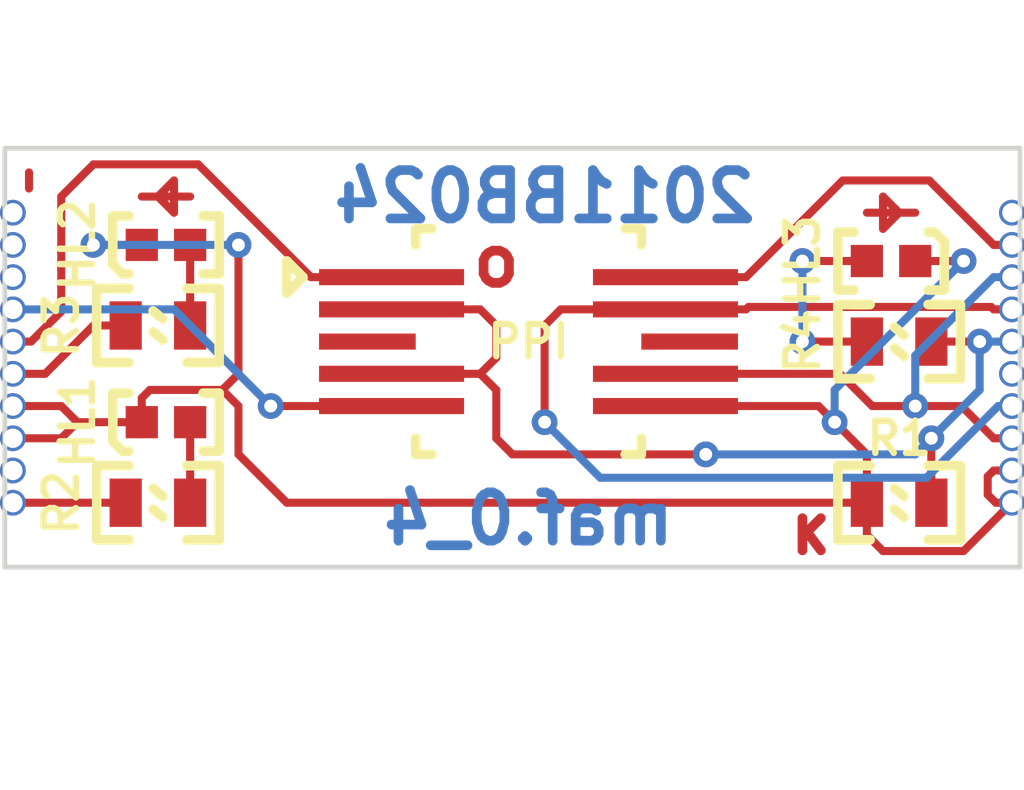
<source format=kicad_pcb>
(kicad_pcb (version 20171130) (host pcbnew "(5.0.0)")

  (general
    (thickness 1.6)
    (drawings 8)
    (tracks 118)
    (zones 0)
    (modules 9)
    (nets 19)
  )

  (page A4)
  (layers
    (0 F.Cu signal)
    (31 B.Cu signal)
    (32 B.Adhes user)
    (33 F.Adhes user)
    (34 B.Paste user)
    (35 F.Paste user)
    (36 B.SilkS user)
    (37 F.SilkS user)
    (38 B.Mask user)
    (39 F.Mask user)
    (40 Dwgs.User user)
    (41 Cmts.User user)
    (42 Eco1.User user)
    (43 Eco2.User user)
    (44 Edge.Cuts user)
    (45 Margin user)
    (46 B.CrtYd user)
    (47 F.CrtYd user)
    (48 B.Fab user)
    (49 F.Fab user)
  )

  (setup
    (last_trace_width 0.25)
    (trace_clearance 0.2)
    (zone_clearance 0.508)
    (zone_45_only no)
    (trace_min 0.2)
    (segment_width 0.2)
    (edge_width 0.15)
    (via_size 0.8)
    (via_drill 0.4)
    (via_min_size 0.4)
    (via_min_drill 0.3)
    (uvia_size 0.3)
    (uvia_drill 0.1)
    (uvias_allowed no)
    (uvia_min_size 0.2)
    (uvia_min_drill 0.1)
    (pcb_text_width 0.3)
    (pcb_text_size 1.5 1.5)
    (mod_edge_width 0.15)
    (mod_text_size 1 1)
    (mod_text_width 0.2)
    (pad_size 1.524 1.524)
    (pad_drill 0.762)
    (pad_to_mask_clearance 0.05)
    (solder_mask_min_width 0.2)
    (aux_axis_origin 0 0)
    (visible_elements 7FFFFF7F)
    (pcbplotparams
      (layerselection 0x010c0_ffffffff)
      (usegerberextensions false)
      (usegerberattributes false)
      (usegerberadvancedattributes false)
      (creategerberjobfile false)
      (excludeedgelayer true)
      (linewidth 0.200000)
      (plotframeref false)
      (viasonmask false)
      (mode 1)
      (useauxorigin false)
      (hpglpennumber 1)
      (hpglpenspeed 20)
      (hpglpendiameter 15.000000)
      (psnegative false)
      (psa4output false)
      (plotreference true)
      (plotvalue true)
      (plotinvisibletext false)
      (padsonsilk false)
      (subtractmaskfromsilk false)
      (outputformat 1)
      (mirror false)
      (drillshape 0)
      (scaleselection 1)
      (outputdirectory "maf_4/"))
  )

  (net 0 "")
  (net 1 "Net-(A1-Pad1A)")
  (net 2 "Net-(A1-Pad1B)")
  (net 3 "Net-(A1-Pad2A)")
  (net 4 "Net-(A1-Pad4A)")
  (net 5 "Net-(A1-Pad5A)")
  (net 6 "Net-(A1-Pad6A)")
  (net 7 "Net-(A1-Pad9A)")
  (net 8 "Net-(A1-Pad10A)")
  (net 9 "Net-(A1-Pad3B)")
  (net 10 "Net-(A1-Pad4B)")
  (net 11 "Net-(A1-Pad5B)")
  (net 12 "Net-(A1-Pad6B)")
  (net 13 "Net-(A1-Pad9B)")
  (net 14 "Net-(A1-Pad10B)")
  (net 15 "Net-(A1-Pad3A)")
  (net 16 "Net-(HL1-Pad1)")
  (net 17 "Net-(HL2-Pad1)")
  (net 18 "Net-(HL3-Pad1)")

  (net_class Default "Это класс цепей по умолчанию."
    (clearance 0.2)
    (trace_width 0.25)
    (via_dia 0.8)
    (via_drill 0.4)
    (uvia_dia 0.3)
    (uvia_drill 0.1)
    (add_net "Net-(A1-Pad10A)")
    (add_net "Net-(A1-Pad10B)")
    (add_net "Net-(A1-Pad1A)")
    (add_net "Net-(A1-Pad1B)")
    (add_net "Net-(A1-Pad2A)")
    (add_net "Net-(A1-Pad3A)")
    (add_net "Net-(A1-Pad3B)")
    (add_net "Net-(A1-Pad4A)")
    (add_net "Net-(A1-Pad4B)")
    (add_net "Net-(A1-Pad5A)")
    (add_net "Net-(A1-Pad5B)")
    (add_net "Net-(A1-Pad6A)")
    (add_net "Net-(A1-Pad6B)")
    (add_net "Net-(A1-Pad9A)")
    (add_net "Net-(A1-Pad9B)")
    (add_net "Net-(HL1-Pad1)")
    (add_net "Net-(HL2-Pad1)")
    (add_net "Net-(HL3-Pad1)")
  )

  (module OTSTOINIK:2011ВВ034_adapter (layer F.Cu) (tedit 5C8A5485) (tstamp 5C8A6F68)
    (at 150 91)
    (path /5C8ABE47)
    (fp_text reference A1 (at 0 -12) (layer F.SilkS) hide
      (effects (font (size 1 1) (thickness 0.2)))
    )
    (fp_text value 2011ВВ024_adapter (at 0.5 12.5) (layer F.Fab)
      (effects (font (size 1 1) (thickness 0.2)))
    )
    (fp_text user "" (at 14.35 5.75) (layer F.SilkS)
      (effects (font (size 1 1) (thickness 0.2)))
    )
    (fp_line (start -15.5 11) (end -15.5 -11) (layer F.CrtYd) (width 0.2))
    (fp_line (start -15.5 -11) (end 15.5 -11) (layer F.CrtYd) (width 0.2))
    (fp_line (start 15.5 -11) (end 15.5 11) (layer F.CrtYd) (width 0.2))
    (fp_line (start 15.5 11) (end -15.5 11) (layer F.CrtYd) (width 0.2))
    (pad 1A thru_hole circle (at -15.5 -4.5) (size 0.8 0.8) (drill 0.6) (layers *.Cu *.Mask)
      (net 1 "Net-(A1-Pad1A)"))
    (pad 1B thru_hole circle (at 15.5 4.5) (size 0.8 0.8) (drill 0.6) (layers *.Cu *.Mask)
      (net 2 "Net-(A1-Pad1B)"))
    (pad 2A thru_hole circle (at -15.5 -3.5) (size 0.8 0.8) (drill 0.6) (layers *.Cu *.Mask)
      (net 3 "Net-(A1-Pad2A)"))
    (pad 3A thru_hole circle (at -15.5 -2.5) (size 0.8 0.8) (drill 0.6) (layers *.Cu *.Mask)
      (net 15 "Net-(A1-Pad3A)"))
    (pad 4A thru_hole circle (at -15.5 -1.5) (size 0.8 0.8) (drill 0.6) (layers *.Cu *.Mask)
      (net 4 "Net-(A1-Pad4A)"))
    (pad 5A thru_hole circle (at -15.5 -0.5) (size 0.8 0.8) (drill 0.6) (layers *.Cu *.Mask)
      (net 5 "Net-(A1-Pad5A)"))
    (pad 6A thru_hole circle (at -15.5 0.5) (size 0.8 0.8) (drill 0.6) (layers *.Cu *.Mask)
      (net 6 "Net-(A1-Pad6A)"))
    (pad 7A thru_hole circle (at -15.5 1.5) (size 0.8 0.8) (drill 0.6) (layers *.Cu *.Mask)
      (net 2 "Net-(A1-Pad1B)"))
    (pad 8A thru_hole circle (at -15.5 2.5) (size 0.8 0.8) (drill 0.6) (layers *.Cu *.Mask)
      (net 2 "Net-(A1-Pad1B)"))
    (pad 9A thru_hole circle (at -15.5 3.5) (size 0.8 0.8) (drill 0.6) (layers *.Cu *.Mask)
      (net 7 "Net-(A1-Pad9A)"))
    (pad 10A thru_hole circle (at -15.5 4.5) (size 0.8 0.8) (drill 0.6) (layers *.Cu *.Mask)
      (net 8 "Net-(A1-Pad10A)"))
    (pad 2B thru_hole circle (at 15.5 3.5) (size 0.8 0.8) (drill 0.6) (layers *.Cu *.Mask)
      (net 2 "Net-(A1-Pad1B)"))
    (pad 3B thru_hole circle (at 15.5 2.5) (size 0.8 0.8) (drill 0.6) (layers *.Cu *.Mask)
      (net 9 "Net-(A1-Pad3B)"))
    (pad 4B thru_hole circle (at 15.5 1.5) (size 0.8 0.8) (drill 0.6) (layers *.Cu *.Mask)
      (net 10 "Net-(A1-Pad4B)"))
    (pad 5B thru_hole circle (at 15.5 0.5) (size 0.8 0.8) (drill 0.6) (layers *.Cu *.Mask)
      (net 11 "Net-(A1-Pad5B)"))
    (pad 6B thru_hole circle (at 15.5 -0.5) (size 0.8 0.8) (drill 0.6) (layers *.Cu *.Mask)
      (net 12 "Net-(A1-Pad6B)"))
    (pad 7B thru_hole circle (at 15.5 -1.5) (size 0.8 0.8) (drill 0.6) (layers *.Cu *.Mask)
      (net 10 "Net-(A1-Pad4B)"))
    (pad 8B thru_hole circle (at 15.5 -2.5) (size 0.8 0.8) (drill 0.6) (layers *.Cu *.Mask)
      (net 9 "Net-(A1-Pad3B)"))
    (pad 9B thru_hole circle (at 15.5 -3.5) (size 0.8 0.8) (drill 0.6) (layers *.Cu *.Mask)
      (net 13 "Net-(A1-Pad9B)"))
    (pad 10B thru_hole circle (at 15.5 -4.5) (size 0.8 0.8) (drill 0.6) (layers *.Cu *.Mask)
      (net 14 "Net-(A1-Pad10B)"))
  )

  (module MOTOR_DD:Микросхема_5559ИНхх (layer F.Cu) (tedit 5C8B496F) (tstamp 5C8B5705)
    (at 148.5 94)
    (path /5C8A76D4)
    (fp_text reference DD1 (at 2 -8.25 180) (layer F.SilkS) hide
      (effects (font (size 1 1) (thickness 0.2)))
    )
    (fp_text value Микросхема_5559ИН10 (at 1.75 1.75) (layer F.Fab) hide
      (effects (font (size 1 1) (thickness 0.2)))
    )
    (fp_text user PPI (at 2 -3.5) (layer F.SilkS)
      (effects (font (size 1 1) (thickness 0.2)))
    )
    (fp_line (start -1.5 -7) (end -1 -7) (layer F.SilkS) (width 0.3))
    (fp_line (start -1.5 -6.5) (end -1.5 -7) (layer F.SilkS) (width 0.3))
    (fp_line (start 5.5 -7) (end 5.5 -6.5) (layer F.SilkS) (width 0.3))
    (fp_line (start 5 -7) (end 5.5 -7) (layer F.SilkS) (width 0.3))
    (fp_line (start -1.5 0) (end -1 0) (layer F.SilkS) (width 0.3))
    (fp_line (start -1.5 -0.5) (end -1.5 0) (layer F.SilkS) (width 0.3))
    (fp_line (start 5.5 0) (end 5 0) (layer F.SilkS) (width 0.3))
    (fp_line (start 5.5 -0.5) (end 5.5 0) (layer F.SilkS) (width 0.3))
    (fp_line (start -5 -5.5) (end -5.5 -6) (layer F.SilkS) (width 0.3))
    (fp_line (start -5 -5.5) (end -5.5 -5) (layer F.SilkS) (width 0.3))
    (fp_line (start -5.5 -6) (end -5.5 -5) (layer F.SilkS) (width 0.3))
    (pad 1 smd rect (at -2.25 -5.5) (size 4.5 0.5) (layers F.Cu F.Paste F.Mask)
      (net 5 "Net-(A1-Pad5A)"))
    (pad 2 smd rect (at -2.25 -4.5) (size 4.5 0.5) (layers F.Cu F.Paste F.Mask)
      (net 12 "Net-(A1-Pad6B)"))
    (pad "" smd rect (at -3 -3.5) (size 3 0.5) (layers F.Cu F.Paste F.Mask))
    (pad 3 smd rect (at -2.25 -2.5) (size 4.5 0.5) (layers F.Cu F.Paste F.Mask)
      (net 12 "Net-(A1-Pad6B)"))
    (pad 4 smd rect (at -2.25 -1.5) (size 4.5 0.5) (layers F.Cu F.Paste F.Mask)
      (net 4 "Net-(A1-Pad4A)"))
    (pad 8 smd rect (at 6.25 -5.5) (size 4.5 0.5) (layers F.Cu F.Paste F.Mask)
      (net 13 "Net-(A1-Pad9B)"))
    (pad 7 smd rect (at 6.25 -4.5) (size 4.5 0.5) (layers F.Cu F.Paste F.Mask)
      (net 10 "Net-(A1-Pad4B)"))
    (pad "" smd rect (at 7 -3.5) (size 3 0.5) (layers F.Cu F.Paste F.Mask))
    (pad 6 smd rect (at 6.25 -2.5) (size 4.5 0.5) (layers F.Cu F.Paste F.Mask)
      (net 9 "Net-(A1-Pad3B)"))
    (pad 5 smd rect (at 6.25 -1.5) (size 4.5 0.5) (layers F.Cu F.Paste F.Mask)
      (net 2 "Net-(A1-Pad1B)"))
    (model ${MOTOR_3D}/H02_8-1B1.step
      (offset (xyz 2.032 3.4798 0.2))
      (scale (xyz 1 1 1))
      (rotate (xyz 0 0 90))
    )
  )

  (module MOTOR_IMPORT_OTK:Светодиод_SMD_0603 (layer F.Cu) (tedit 5C2951B7) (tstamp 5C8B5551)
    (at 140 93 180)
    (path /5C8B87B0)
    (fp_text reference HL1 (at 3.5 0 270) (layer F.SilkS)
      (effects (font (size 1 1) (thickness 0.2)))
    )
    (fp_text value Светодиод (at 0.1524 2.5146 180) (layer F.Fab)
      (effects (font (size 1 1) (thickness 0.2)))
    )
    (fp_line (start 2.1 -0.9) (end 2.4 -0.6) (layer F.SilkS) (width 0.3))
    (fp_line (start 1.9 -0.9) (end 2.1 -0.9) (layer F.SilkS) (width 0.3))
    (fp_line (start 2.4 0.9) (end 2.4 -0.6) (layer F.SilkS) (width 0.3))
    (fp_line (start 2.4 0.9) (end 1.9 0.9) (layer F.SilkS) (width 0.3))
    (fp_line (start -0.9 0.9) (end -0.4 0.9) (layer F.SilkS) (width 0.3))
    (fp_line (start -0.9 -0.9) (end -0.4 -0.9) (layer F.SilkS) (width 0.3))
    (fp_line (start -0.9 -0.9) (end -0.9 0.9) (layer F.SilkS) (width 0.3))
    (pad 2 smd rect (at 1.5 0 180) (size 1 1) (layers F.Cu F.Paste F.Mask)
      (net 2 "Net-(A1-Pad1B)") (clearance 0.2))
    (pad 1 smd rect (at 0 0 180) (size 1 1) (layers F.Cu F.Paste F.Mask)
      (net 16 "Net-(HL1-Pad1)") (clearance 0.2))
    (model ${N_3D}/LED_0603.step
      (offset (xyz 0.75 0 0))
      (scale (xyz 1 1 1))
      (rotate (xyz 0 0 0))
    )
  )

  (module MOTOR_IMPORT_OTK:Светодиод_SMD_0603 (layer F.Cu) (tedit 5C8B49F2) (tstamp 5C8B5E5F)
    (at 140 87.5 180)
    (path /5C8B682A)
    (fp_text reference HL2 (at 3.5 0 270) (layer F.SilkS)
      (effects (font (size 1 1) (thickness 0.2)))
    )
    (fp_text value Светодиод (at 0.1524 2.5146 180) (layer F.Fab) hide
      (effects (font (size 1 1) (thickness 0.2)))
    )
    (fp_line (start -0.9 -0.9) (end -0.9 0.9) (layer F.SilkS) (width 0.3))
    (fp_line (start -0.9 -0.9) (end -0.4 -0.9) (layer F.SilkS) (width 0.3))
    (fp_line (start -0.9 0.9) (end -0.4 0.9) (layer F.SilkS) (width 0.3))
    (fp_line (start 2.4 0.9) (end 1.9 0.9) (layer F.SilkS) (width 0.3))
    (fp_line (start 2.4 0.9) (end 2.4 -0.6) (layer F.SilkS) (width 0.3))
    (fp_line (start 1.9 -0.9) (end 2.1 -0.9) (layer F.SilkS) (width 0.3))
    (fp_line (start 2.1 -0.9) (end 2.4 -0.6) (layer F.SilkS) (width 0.3))
    (pad 1 smd rect (at 0 0 180) (size 1 1) (layers F.Cu F.Paste F.Mask)
      (net 17 "Net-(HL2-Pad1)") (clearance 0.2))
    (pad 2 smd rect (at 1.5 0 180) (size 1 1) (layers F.Cu F.Paste F.Mask)
      (net 2 "Net-(A1-Pad1B)") (clearance 0.2))
    (model ${N_3D}/LED_0603.step
      (offset (xyz 0.75 0 0))
      (scale (xyz 1 1 1))
      (rotate (xyz 0 0 0))
    )
  )

  (module MOTOR_IMPORT_OTK:Светодиод_SMD_0603 (layer F.Cu) (tedit 5C2951B7) (tstamp 5C8B556B)
    (at 161 88)
    (path /5C8BC165)
    (fp_text reference HL3 (at -2 0 90) (layer F.SilkS)
      (effects (font (size 1 1) (thickness 0.2)))
    )
    (fp_text value Светодиод (at 0.1524 2.5146) (layer F.Fab)
      (effects (font (size 1 1) (thickness 0.2)))
    )
    (fp_line (start -0.9 -0.9) (end -0.9 0.9) (layer F.SilkS) (width 0.3))
    (fp_line (start -0.9 -0.9) (end -0.4 -0.9) (layer F.SilkS) (width 0.3))
    (fp_line (start -0.9 0.9) (end -0.4 0.9) (layer F.SilkS) (width 0.3))
    (fp_line (start 2.4 0.9) (end 1.9 0.9) (layer F.SilkS) (width 0.3))
    (fp_line (start 2.4 0.9) (end 2.4 -0.6) (layer F.SilkS) (width 0.3))
    (fp_line (start 1.9 -0.9) (end 2.1 -0.9) (layer F.SilkS) (width 0.3))
    (fp_line (start 2.1 -0.9) (end 2.4 -0.6) (layer F.SilkS) (width 0.3))
    (pad 1 smd rect (at 0 0) (size 1 1) (layers F.Cu F.Paste F.Mask)
      (net 18 "Net-(HL3-Pad1)") (clearance 0.2))
    (pad 2 smd rect (at 1.5 0) (size 1 1) (layers F.Cu F.Paste F.Mask)
      (net 2 "Net-(A1-Pad1B)") (clearance 0.2))
    (model ${N_3D}/LED_0603.step
      (offset (xyz 0.75 0 0))
      (scale (xyz 1 1 1))
      (rotate (xyz 0 0 0))
    )
  )

  (module MOTOR_RLC:Резистор_SMD_0805_0,125Вт (layer F.Cu) (tedit 5BDB1787) (tstamp 5C8B557B)
    (at 163 95.5 180)
    (path /5C8ADDBA)
    (fp_text reference R1 (at 1 2 180) (layer F.SilkS)
      (effects (font (size 1 1) (thickness 0.2)))
    )
    (fp_text value Резистор_0,125Вт (at 1.29 2.09 180) (layer F.Fab) hide
      (effects (font (size 1 1) (thickness 0.2)))
    )
    (fp_line (start -0.6 1.15) (end -0.1 1.15) (layer F.SilkS) (width 0.3))
    (fp_line (start 2.5 1.15) (end 2 1.15) (layer F.SilkS) (width 0.3))
    (fp_line (start -0.9 -1.15) (end 0.1 -1.15) (layer F.SilkS) (width 0.3))
    (fp_line (start 2.9 -1.15) (end 1.9 -1.15) (layer F.SilkS) (width 0.3))
    (fp_line (start 2.9 1.15) (end 1.9 1.15) (layer F.SilkS) (width 0.3))
    (fp_line (start -0.9 1.15) (end 0.1 1.15) (layer F.SilkS) (width 0.3))
    (fp_line (start 2.9 -1.15) (end 2.9 1.15) (layer F.SilkS) (width 0.3))
    (fp_line (start -0.9 1.15) (end -0.9 -1.15) (layer F.SilkS) (width 0.3))
    (fp_line (start 0.85 -0.45) (end 1.15 -0.2) (layer F.SilkS) (width 0.3))
    (fp_line (start 0.85 0.2) (end 1.15 0.45) (layer F.SilkS) (width 0.3))
    (pad 2 smd rect (at 2 0 180) (size 1 1.5) (layers F.Cu F.Paste F.Mask)
      (net 2 "Net-(A1-Pad1B)") (clearance 0.2))
    (pad 1 smd rect (at 0 0 180) (size 1 1.5) (layers F.Cu F.Paste F.Mask)
      (net 12 "Net-(A1-Pad6B)") (clearance 0.2))
    (model ${MOTOR_3D}/Res_0805.stp
      (offset (xyz 0.05 0.61 0))
      (scale (xyz 1 1 1))
      (rotate (xyz 0 0 90))
    )
  )

  (module MOTOR_RLC:Резистор_SMD_0805_0,125Вт (layer F.Cu) (tedit 5BDB1787) (tstamp 5C8B558B)
    (at 140 95.5 180)
    (path /5C8B6ACE)
    (fp_text reference R2 (at 4 0 270) (layer F.SilkS)
      (effects (font (size 1 1) (thickness 0.2)))
    )
    (fp_text value Резистор_0,125Вт (at 1.29 2.09 180) (layer F.Fab) hide
      (effects (font (size 1 1) (thickness 0.2)))
    )
    (fp_line (start -0.6 1.15) (end -0.1 1.15) (layer F.SilkS) (width 0.3))
    (fp_line (start 2.5 1.15) (end 2 1.15) (layer F.SilkS) (width 0.3))
    (fp_line (start -0.9 -1.15) (end 0.1 -1.15) (layer F.SilkS) (width 0.3))
    (fp_line (start 2.9 -1.15) (end 1.9 -1.15) (layer F.SilkS) (width 0.3))
    (fp_line (start 2.9 1.15) (end 1.9 1.15) (layer F.SilkS) (width 0.3))
    (fp_line (start -0.9 1.15) (end 0.1 1.15) (layer F.SilkS) (width 0.3))
    (fp_line (start 2.9 -1.15) (end 2.9 1.15) (layer F.SilkS) (width 0.3))
    (fp_line (start -0.9 1.15) (end -0.9 -1.15) (layer F.SilkS) (width 0.3))
    (fp_line (start 0.85 -0.45) (end 1.15 -0.2) (layer F.SilkS) (width 0.3))
    (fp_line (start 0.85 0.2) (end 1.15 0.45) (layer F.SilkS) (width 0.3))
    (pad 2 smd rect (at 2 0 180) (size 1 1.5) (layers F.Cu F.Paste F.Mask)
      (net 8 "Net-(A1-Pad10A)") (clearance 0.2))
    (pad 1 smd rect (at 0 0 180) (size 1 1.5) (layers F.Cu F.Paste F.Mask)
      (net 16 "Net-(HL1-Pad1)") (clearance 0.2))
    (model ${MOTOR_3D}/Res_0805.stp
      (offset (xyz 0.05 0.61 0))
      (scale (xyz 1 1 1))
      (rotate (xyz 0 0 90))
    )
  )

  (module MOTOR_RLC:Резистор_SMD_0805_0,125Вт (layer F.Cu) (tedit 5BDB1787) (tstamp 5C8B5FA2)
    (at 140 90 180)
    (path /5C8B6923)
    (fp_text reference R3 (at 4 0 270) (layer F.SilkS)
      (effects (font (size 1 1) (thickness 0.2)))
    )
    (fp_text value Резистор_0,125Вт (at 1.29 2.09 180) (layer F.Fab) hide
      (effects (font (size 1 1) (thickness 0.2)))
    )
    (fp_line (start 0.85 0.2) (end 1.15 0.45) (layer F.SilkS) (width 0.3))
    (fp_line (start 0.85 -0.45) (end 1.15 -0.2) (layer F.SilkS) (width 0.3))
    (fp_line (start -0.9 1.15) (end -0.9 -1.15) (layer F.SilkS) (width 0.3))
    (fp_line (start 2.9 -1.15) (end 2.9 1.15) (layer F.SilkS) (width 0.3))
    (fp_line (start -0.9 1.15) (end 0.1 1.15) (layer F.SilkS) (width 0.3))
    (fp_line (start 2.9 1.15) (end 1.9 1.15) (layer F.SilkS) (width 0.3))
    (fp_line (start 2.9 -1.15) (end 1.9 -1.15) (layer F.SilkS) (width 0.3))
    (fp_line (start -0.9 -1.15) (end 0.1 -1.15) (layer F.SilkS) (width 0.3))
    (fp_line (start 2.5 1.15) (end 2 1.15) (layer F.SilkS) (width 0.3))
    (fp_line (start -0.6 1.15) (end -0.1 1.15) (layer F.SilkS) (width 0.3))
    (pad 1 smd rect (at 0 0 180) (size 1 1.5) (layers F.Cu F.Paste F.Mask)
      (net 17 "Net-(HL2-Pad1)") (clearance 0.2))
    (pad 2 smd rect (at 2 0 180) (size 1 1.5) (layers F.Cu F.Paste F.Mask)
      (net 6 "Net-(A1-Pad6A)") (clearance 0.2))
    (model ${MOTOR_3D}/Res_0805.stp
      (offset (xyz 0.05 0.61 0))
      (scale (xyz 1 1 1))
      (rotate (xyz 0 0 90))
    )
  )

  (module MOTOR_RLC:Резистор_SMD_0805_0,125Вт (layer F.Cu) (tedit 5BDB1787) (tstamp 5C8B55AB)
    (at 163 90.5 180)
    (path /5C8BBFF5)
    (fp_text reference R4 (at 4 0 270) (layer F.SilkS)
      (effects (font (size 1 1) (thickness 0.2)))
    )
    (fp_text value Резистор_0,125Вт (at 1.29 2.09 180) (layer F.Fab) hide
      (effects (font (size 1 1) (thickness 0.2)))
    )
    (fp_line (start 0.85 0.2) (end 1.15 0.45) (layer F.SilkS) (width 0.3))
    (fp_line (start 0.85 -0.45) (end 1.15 -0.2) (layer F.SilkS) (width 0.3))
    (fp_line (start -0.9 1.15) (end -0.9 -1.15) (layer F.SilkS) (width 0.3))
    (fp_line (start 2.9 -1.15) (end 2.9 1.15) (layer F.SilkS) (width 0.3))
    (fp_line (start -0.9 1.15) (end 0.1 1.15) (layer F.SilkS) (width 0.3))
    (fp_line (start 2.9 1.15) (end 1.9 1.15) (layer F.SilkS) (width 0.3))
    (fp_line (start 2.9 -1.15) (end 1.9 -1.15) (layer F.SilkS) (width 0.3))
    (fp_line (start -0.9 -1.15) (end 0.1 -1.15) (layer F.SilkS) (width 0.3))
    (fp_line (start 2.5 1.15) (end 2 1.15) (layer F.SilkS) (width 0.3))
    (fp_line (start -0.6 1.15) (end -0.1 1.15) (layer F.SilkS) (width 0.3))
    (pad 1 smd rect (at 0 0 180) (size 1 1.5) (layers F.Cu F.Paste F.Mask)
      (net 12 "Net-(A1-Pad6B)") (clearance 0.2))
    (pad 2 smd rect (at 2 0 180) (size 1 1.5) (layers F.Cu F.Paste F.Mask)
      (net 18 "Net-(HL3-Pad1)") (clearance 0.2))
    (model ${MOTOR_3D}/Res_0805.stp
      (offset (xyz 0.05 0.61 0))
      (scale (xyz 1 1 1))
      (rotate (xyz 0 0 90))
    )
  )

  (gr_text к (at 159.25 96.3) (layer F.Cu)
    (effects (font (size 1.5 1.5) (thickness 0.3)))
  )
  (gr_line (start 134.25 84.5) (end 134.25 97.5) (layer Edge.Cuts) (width 0.15))
  (gr_line (start 165.75 97.5) (end 165.75 84.5) (layer Edge.Cuts) (width 0.15))
  (gr_line (start 165.75 84.5) (end 134.25 84.5) (layer Edge.Cuts) (width 0.15))
  (gr_line (start 134.25 97.5) (end 165.75 97.5) (layer Edge.Cuts) (width 0.15))
  (gr_text o (at 149.5 88) (layer F.Cu)
    (effects (font (size 1.5 1.5) (thickness 0.3)))
  )
  (gr_text maf.0_4 (at 150.5 96) (layer B.Cu)
    (effects (font (size 1.5 1.5) (thickness 0.3)) (justify mirror))
  )
  (gr_text 2011ВВ024 (at 151 86) (layer B.Cu)
    (effects (font (size 1.5 1.5) (thickness 0.3)) (justify mirror))
  )

  (segment (start 140 86) (end 139 86) (width 0.25) (layer F.Cu) (net 0) (tstamp 5C8B62EE))
  (segment (start 139.5 86.5) (end 139.5 85.5) (width 0.25) (layer F.Cu) (net 0) (tstamp 5C8B62EF))
  (segment (start 139.5 85.5) (end 139 86) (width 0.25) (layer F.Cu) (net 0) (tstamp 5C8B62F0))
  (segment (start 139 86) (end 138.5 86) (width 0.25) (layer F.Cu) (net 0) (tstamp 5C8B62F1))
  (segment (start 139.5 86.5) (end 139 86) (width 0.25) (layer F.Cu) (net 0) (tstamp 5C8B62F2))
  (segment (start 161.000001 86.5) (end 161.999999 86.5) (width 0.25) (layer F.Cu) (net 0) (tstamp 5C8B62EE))
  (segment (start 161.5 86.000001) (end 161.5 86.999999) (width 0.25) (layer F.Cu) (net 0) (tstamp 5C8B62EF))
  (segment (start 161.5 86.999999) (end 161.999999 86.5) (width 0.25) (layer F.Cu) (net 0) (tstamp 5C8B62F0))
  (segment (start 161.999999 86.5) (end 162.5 86.5) (width 0.25) (layer F.Cu) (net 0) (tstamp 5C8B62F1))
  (segment (start 161.5 86.000001) (end 161.999999 86.5) (width 0.25) (layer F.Cu) (net 0) (tstamp 5C8B62F2))
  (segment (start 135 85.25) (end 135 85.75) (width 0.25) (layer F.Cu) (net 0))
  (segment (start 154.75 92.5) (end 159.5 92.5) (width 0.25) (layer F.Cu) (net 2))
  (segment (start 161 94) (end 161 95.5) (width 0.25) (layer F.Cu) (net 2))
  (segment (start 161 95.5) (end 161 96.5) (width 0.25) (layer F.Cu) (net 2))
  (segment (start 161 96.5) (end 161.5 97) (width 0.25) (layer F.Cu) (net 2))
  (segment (start 164 97) (end 165.5 95.5) (width 0.25) (layer F.Cu) (net 2))
  (segment (start 161.5 97) (end 164 97) (width 0.25) (layer F.Cu) (net 2))
  (segment (start 165 95.5) (end 165.5 95.5) (width 0.25) (layer F.Cu) (net 2))
  (segment (start 164.75 95.25) (end 165 95.5) (width 0.25) (layer F.Cu) (net 2))
  (segment (start 164.75 94.684315) (end 164.75 95.25) (width 0.25) (layer F.Cu) (net 2))
  (segment (start 164.934315 94.5) (end 164.75 94.684315) (width 0.25) (layer F.Cu) (net 2))
  (segment (start 165.5 94.5) (end 164.934315 94.5) (width 0.25) (layer F.Cu) (net 2))
  (segment (start 134.5 92.5) (end 136 92.5) (width 0.25) (layer F.Cu) (net 2))
  (segment (start 136.5 93) (end 138.5 93) (width 0.25) (layer F.Cu) (net 2))
  (segment (start 136 92.5) (end 136.5 93) (width 0.25) (layer F.Cu) (net 2))
  (segment (start 134.5 93.5) (end 136 93.5) (width 0.25) (layer F.Cu) (net 2))
  (segment (start 136 93.5) (end 136.5 93) (width 0.25) (layer F.Cu) (net 2))
  (segment (start 138.5 92.25) (end 138.75 92) (width 0.25) (layer F.Cu) (net 2))
  (segment (start 138.5 93) (end 138.5 92.25) (width 0.25) (layer F.Cu) (net 2))
  (segment (start 138.75 92) (end 141 92) (width 0.25) (layer F.Cu) (net 2))
  (via (at 141.5 87.5) (size 0.8) (drill 0.4) (layers F.Cu B.Cu) (net 2))
  (segment (start 141 92) (end 141.5 91.5) (width 0.25) (layer F.Cu) (net 2))
  (segment (start 141.5 91.5) (end 141.5 87.5) (width 0.25) (layer F.Cu) (net 2))
  (via (at 137 87.5) (size 0.8) (drill 0.4) (layers F.Cu B.Cu) (net 2))
  (segment (start 141.5 87.5) (end 137 87.5) (width 0.25) (layer B.Cu) (net 2))
  (segment (start 137 87.5) (end 138.5 87.5) (width 0.25) (layer F.Cu) (net 2))
  (segment (start 143 95.5) (end 161 95.5) (width 0.25) (layer F.Cu) (net 2))
  (segment (start 141.5 94) (end 143 95.5) (width 0.25) (layer F.Cu) (net 2))
  (segment (start 141 92) (end 141.5 92.5) (width 0.25) (layer F.Cu) (net 2))
  (segment (start 141.5 92.5) (end 141.5 94) (width 0.25) (layer F.Cu) (net 2))
  (via (at 164 88) (size 0.8) (drill 0.4) (layers F.Cu B.Cu) (net 2))
  (segment (start 162.5 88) (end 164 88) (width 0.25) (layer F.Cu) (net 2))
  (via (at 160 93) (size 0.8) (drill 0.4) (layers F.Cu B.Cu) (net 2))
  (segment (start 160 92) (end 160 93) (width 0.25) (layer B.Cu) (net 2))
  (segment (start 164 88) (end 160 92) (width 0.25) (layer B.Cu) (net 2))
  (segment (start 159.5 92.5) (end 160 93) (width 0.25) (layer F.Cu) (net 2))
  (segment (start 160 93) (end 161 94) (width 0.25) (layer F.Cu) (net 2))
  (via (at 142.5 92.5) (size 0.8) (drill 0.4) (layers F.Cu B.Cu) (net 4))
  (segment (start 134.5 89.5) (end 139.5 89.5) (width 0.25) (layer B.Cu) (net 4))
  (segment (start 139.5 89.5) (end 142.5 92.5) (width 0.25) (layer B.Cu) (net 4))
  (segment (start 142.5 92.5) (end 146.25 92.5) (width 0.25) (layer F.Cu) (net 4))
  (segment (start 135.065685 90.5) (end 134.5 90.5) (width 0.25) (layer F.Cu) (net 5))
  (segment (start 146.25 88.5) (end 143.75 88.5) (width 0.25) (layer F.Cu) (net 5))
  (segment (start 143.75 88.5) (end 140.25 85) (width 0.25) (layer F.Cu) (net 5))
  (segment (start 140.25 85) (end 137 85) (width 0.25) (layer F.Cu) (net 5))
  (segment (start 137 85) (end 136 86) (width 0.25) (layer F.Cu) (net 5))
  (segment (start 136 86) (end 136 89.565685) (width 0.25) (layer F.Cu) (net 5))
  (segment (start 136 89.565685) (end 135.065685 90.5) (width 0.25) (layer F.Cu) (net 5))
  (segment (start 138 90) (end 137 90) (width 0.25) (layer F.Cu) (net 6))
  (segment (start 135.5 91.5) (end 134.5 91.5) (width 0.25) (layer F.Cu) (net 6))
  (segment (start 137 90) (end 135.5 91.5) (width 0.25) (layer F.Cu) (net 6))
  (segment (start 138 95.5) (end 134.5 95.5) (width 0.25) (layer F.Cu) (net 8))
  (via (at 162.5 92.5) (size 0.8) (drill 0.4) (layers F.Cu B.Cu) (net 9))
  (segment (start 162.5 90.934315) (end 162.5 92.5) (width 0.25) (layer B.Cu) (net 9))
  (segment (start 165.5 88.5) (end 164.934315 88.5) (width 0.25) (layer B.Cu) (net 9))
  (segment (start 164.934315 88.5) (end 162.5 90.934315) (width 0.25) (layer B.Cu) (net 9))
  (segment (start 163.065685 92.5) (end 162.5 92.5) (width 0.25) (layer F.Cu) (net 9))
  (segment (start 163.934315 92.5) (end 163.065685 92.5) (width 0.25) (layer F.Cu) (net 9))
  (segment (start 164.934315 93.5) (end 163.934315 92.5) (width 0.25) (layer F.Cu) (net 9))
  (segment (start 165.5 93.5) (end 164.934315 93.5) (width 0.25) (layer F.Cu) (net 9))
  (segment (start 161.934315 92.5) (end 162.5 92.5) (width 0.25) (layer F.Cu) (net 9))
  (segment (start 161.164998 92.5) (end 161.934315 92.5) (width 0.25) (layer F.Cu) (net 9))
  (segment (start 160.164998 91.5) (end 161.164998 92.5) (width 0.25) (layer F.Cu) (net 9))
  (segment (start 154.75 91.5) (end 160.164998 91.5) (width 0.25) (layer F.Cu) (net 9))
  (segment (start 157.25 89.5) (end 154.75 89.5) (width 0.25) (layer F.Cu) (net 10))
  (segment (start 157.325001 89.424999) (end 157.25 89.5) (width 0.25) (layer F.Cu) (net 10))
  (segment (start 164.859314 89.424999) (end 157.325001 89.424999) (width 0.25) (layer F.Cu) (net 10))
  (segment (start 164.934315 89.5) (end 164.859314 89.424999) (width 0.25) (layer F.Cu) (net 10))
  (segment (start 165.5 89.5) (end 164.934315 89.5) (width 0.25) (layer F.Cu) (net 10))
  (via (at 151 93) (size 0.8) (drill 0.4) (layers F.Cu B.Cu) (net 10))
  (segment (start 152.725001 94.725001) (end 151 93) (width 0.25) (layer B.Cu) (net 10))
  (segment (start 162.848001 94.725001) (end 152.725001 94.725001) (width 0.25) (layer B.Cu) (net 10))
  (segment (start 165.5 92.5) (end 165.073002 92.5) (width 0.25) (layer B.Cu) (net 10))
  (segment (start 165.073002 92.5) (end 162.848001 94.725001) (width 0.25) (layer B.Cu) (net 10))
  (segment (start 151 93) (end 151 90) (width 0.25) (layer F.Cu) (net 10))
  (segment (start 151 90) (end 151.5 89.5) (width 0.25) (layer F.Cu) (net 10))
  (segment (start 151.5 89.5) (end 154.75 89.5) (width 0.25) (layer F.Cu) (net 10))
  (via (at 164.5 90.5) (size 0.8) (drill 0.4) (layers F.Cu B.Cu) (net 12))
  (segment (start 163 90.5) (end 164.5 90.5) (width 0.25) (layer F.Cu) (net 12))
  (segment (start 164.5 90.5) (end 165.5 90.5) (width 0.25) (layer B.Cu) (net 12))
  (via (at 163 93.5) (size 0.8) (drill 0.4) (layers F.Cu B.Cu) (net 12))
  (segment (start 164.5 90.5) (end 164.5 92) (width 0.25) (layer B.Cu) (net 12))
  (segment (start 164.5 92) (end 163 93.5) (width 0.25) (layer B.Cu) (net 12))
  (segment (start 163 93.5) (end 163 95.5) (width 0.25) (layer F.Cu) (net 12))
  (segment (start 163 93.5) (end 162.5 94) (width 0.25) (layer B.Cu) (net 12))
  (segment (start 162.5 94) (end 156 94) (width 0.25) (layer B.Cu) (net 12))
  (segment (start 149 91.5) (end 146.25 91.5) (width 0.25) (layer F.Cu) (net 12))
  (segment (start 149.5 92) (end 149 91.5) (width 0.25) (layer F.Cu) (net 12))
  (segment (start 149 91.5) (end 149.5 91) (width 0.25) (layer F.Cu) (net 12))
  (segment (start 149.5 91) (end 149.5 90) (width 0.25) (layer F.Cu) (net 12))
  (segment (start 149.5 90) (end 149 89.5) (width 0.25) (layer F.Cu) (net 12))
  (segment (start 149 89.5) (end 146.25 89.5) (width 0.25) (layer F.Cu) (net 12))
  (via (at 156 94) (size 0.8) (drill 0.4) (layers F.Cu B.Cu) (net 12))
  (segment (start 150 94) (end 149.5 93.5) (width 0.25) (layer F.Cu) (net 12))
  (segment (start 156 94) (end 150 94) (width 0.25) (layer F.Cu) (net 12))
  (segment (start 149.5 93.5) (end 149.5 92) (width 0.25) (layer F.Cu) (net 12))
  (segment (start 164.934315 87.5) (end 165.5 87.5) (width 0.25) (layer F.Cu) (net 13))
  (segment (start 162.934315 85.5) (end 164.934315 87.5) (width 0.25) (layer F.Cu) (net 13))
  (segment (start 160.25 85.5) (end 162.934315 85.5) (width 0.25) (layer F.Cu) (net 13))
  (segment (start 157.25 88.5) (end 160.25 85.5) (width 0.25) (layer F.Cu) (net 13))
  (segment (start 154.75 88.5) (end 157.25 88.5) (width 0.25) (layer F.Cu) (net 13))
  (segment (start 140 95.5) (end 140 93) (width 0.25) (layer F.Cu) (net 16))
  (segment (start 140 90) (end 140 87.5) (width 0.25) (layer F.Cu) (net 17))
  (via (at 159 90.5) (size 0.8) (drill 0.4) (layers F.Cu B.Cu) (net 18))
  (segment (start 161 90.5) (end 159 90.5) (width 0.25) (layer F.Cu) (net 18))
  (via (at 159 88) (size 0.8) (drill 0.4) (layers F.Cu B.Cu) (net 18))
  (segment (start 159 90.5) (end 159 88) (width 0.25) (layer B.Cu) (net 18))
  (segment (start 159 88) (end 161 88) (width 0.25) (layer F.Cu) (net 18))

)

</source>
